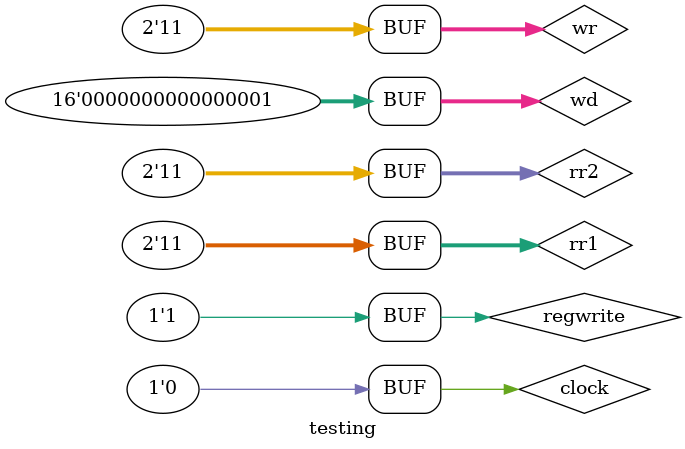
<source format=v>



module reg_file (rr1,rr2,wr,wd,regwrite,rd1,rd2,clock);

  input [1:0] rr1,rr2,wr;
  input [15:0] wd;
  input regwrite,clock;
  output [15:0] rd1,rd2;

  // registers

  // Is this first one all zeros?
  //register r0  (wd,c0,q0);
  register r1  (wd,c1,q1);
  register r2  (wd,c2,q2);
  register r3  (wd,c3,q3);

  // output port

  mux4x1_16 mux1 (16'b0,q1,q2,q3,rr1,rd1),
            mux2 (16'b0,q1,q2,q3,rr2,rd2);

  // input port

  decoder dec(wr[1],wr[0],w3,w2,w1,w0);

  and a (regwrite_and_clock,regwrite,clock);

  and a1 (c1,regwrite_and_clock,w1),
      a2 (c2,regwrite_and_clock,w2),
      a3 (c3,regwrite_and_clock,w3);

endmodule


// Components

module register(D, CLK, Q);
  input [15:0] D;
  input CLK;
  output [15:0] Q;

  D_flip_flop f1   (D[0], CLK, Q[0]);
  D_flip_flop f2   (D[1], CLK, Q[1]);
  D_flip_flop f3   (D[2], CLK, Q[2]);
  D_flip_flop f4   (D[3], CLK, Q[3]);
  D_flip_flop f5   (D[4], CLK, Q[4]);
  D_flip_flop f6   (D[5], CLK, Q[5]);
  D_flip_flop f7   (D[6], CLK, Q[6]);
  D_flip_flop f8   (D[7], CLK, Q[7]);
  D_flip_flop f9   (D[8], CLK, Q[8]);
  D_flip_flop f10  (D[9], CLK, Q[9]);
  D_flip_flop f11  (D[10],CLK, Q[10]);
  D_flip_flop f12  (D[11],CLK, Q[11]);
  D_flip_flop f13  (D[12],CLK, Q[12]);
  D_flip_flop f14  (D[13],CLK, Q[13]);
  D_flip_flop f15  (D[14],CLK, Q[14]);
  D_flip_flop f16  (D[15],CLK, Q[15]);
endmodule

module D_flip_flop(D,CLK,Q);
  input D,CLK; 
  output Q; 
  wire CLK1, Y;
  not  not1 (CLK1,CLK);
  D_latch D1(D,CLK, Y),
          D2(Y,CLK1,Q);
endmodule 


module D_latch(D,C,Q);
  input D,C; 
  output Q;
  wire x,y,D1,Q1; 
  nand nand1 (x,D, C), 
       nand2 (y,D1,C), 
       nand3 (Q,x,Q1),
       nand4 (Q1,y,Q); 
  not  not1  (D1,D);
endmodule 


module mux2x1(A,B,select,OUT); 
  input A,B,select; 
  output OUT;

  not not1(i0, select);
  and and1(i1, A, i0);
  and and2(i2, B, select);
  or or1(OUT, i1, i2);
endmodule 


module mux4x1(i0,i1,i2,i3,select,y); 
  input i0,i1,i2,i3; 
  input [1:0] select; 
  output y;

  mux2x1 mux1(i0, i1, select[0], m1);
  mux2x1 mux2(i2, i3, select[0], m2);
  mux2x1 mux3(m1, m2, select[1], y);
endmodule

module mux4x1_16(i0,i1,i2,i3,select,y);
  input [15:0] i0,i1,i2,i3;
  input [1:0] select;
  output [15:0] y;

  mux4x1 mux1 (i0[0], i1[0], i2[0], i3[0], select,y[0]);
  mux4x1 mux2 (i0[1], i1[1], i2[1], i3[1], select,y[1]);
  mux4x1 mux3 (i0[2], i1[2], i2[2], i3[2], select,y[2]);
  mux4x1 mux4 (i0[3], i1[3], i2[3], i3[3], select,y[3]);
  mux4x1 mux5 (i0[4], i1[4], i2[4], i3[4], select,y[4]);
  mux4x1 mux6 (i0[5], i1[5], i2[5], i3[5], select,y[5]);
  mux4x1 mux7 (i0[6], i1[6], i2[6], i3[6], select,y[6]);
  mux4x1 mux8 (i0[7], i1[7], i2[7], i3[7], select,y[7]);
  mux4x1 mux9 (i0[8], i1[8], i2[8], i3[8], select,y[8]);
  mux4x1 mux10(i0[9], i1[9], i2[9], i3[9], select,y[9]);
  mux4x1 mux11(i0[10],i1[10],i2[10],i3[10],select,y[10]);
  mux4x1 mux12(i0[11],i1[11],i2[11],i3[11],select,y[11]);
  mux4x1 mux13(i0[12],i1[12],i2[12],i3[12],select,y[12]);
  mux4x1 mux14(i0[13],i1[13],i2[13],i3[13],select,y[13]);
  mux4x1 mux15(i0[14],i1[14],i2[14],i3[14],select,y[14]);
  mux4x1 mux16(i0[15],i1[15],i2[15],i3[15],select,y[15]);
endmodule

module decoder (S1,S0,D3,D2,D1,D0); 
  input S0,S1; 
  output D0,D1,D2,D3; 
 
  not n1 (notS0,S0),
      n2 (notS1,S1);

  and a0 (D0,notS1,notS0), 
      a1 (D1,notS1,   S0), 
      a2 (D2,   S1,notS0), 
      a3 (D3,   S1,   S0); 
endmodule 


module testing ();

  reg [1:0] rr1,rr2,wr;
  reg [15:0] wd;
  reg regwrite, clock;
  wire [15:0] rd1,rd2;

  reg_file regs (rr1,rr2,wr,wd,regwrite,rd1,rd2,clock);

  initial 
    begin  

      #10 regwrite=1; //enable writing

      #10 wd=16'b0;       // set write data

      #10      rr1=0;rr2=0;clock=0;
      #10 wr=1;rr1=1;rr2=1;clock=1;
      #10                  clock=0;
      #10 wr=2;rr1=2;rr2=2;clock=1;
      #10                  clock=0;
      #10 wr=3;rr1=3;rr2=3;clock=1;
      #10                  clock=0; 

      #10 regwrite=0; //disable writing

      #10 wd=16'b1;       // set write data

      #10 wr=1;rr1=1;rr2=1;clock=1;
      #10                  clock=0;
      #10 wr=2;rr1=2;rr2=2;clock=1;
      #10                  clock=0;
      #10 wr=3;rr1=3;rr2=3;clock=1;
      #10                  clock=0;

      #10 regwrite=1; //enable writing

      #10 wd=16'b1;       // set write data

      #10 wr=1;rr1=1;rr2=1;clock=1;
      #10                  clock=0;
      #10 wr=2;rr1=2;rr2=2;clock=1;
      #10                  clock=0;
      #10 wr=3;rr1=3;rr2=3;clock=1;
      #10                  clock=0;

  end 

  initial
    $monitor ("regwrite=%d clock=%d rr1=%d rr2=%d wr=%d wd=%d rd1=%d rd2=%d",regwrite,clock,rr1,rr2,wr,wd,rd1,rd2);
 
endmodule 


/* Test results

C:\Verilog>iverilog -o t regfile.vl

C:\Verilog>vvp t
regwrite=x clock=x rr1=x rr2=x wr=x wd=x rd1=x rd2=x
regwrite=1 clock=x rr1=x rr2=x wr=x wd=x rd1=x rd2=x
regwrite=1 clock=x rr1=x rr2=x wr=x wd=0 rd1=x rd2=x
regwrite=1 clock=0 rr1=0 rr2=0 wr=x wd=0 rd1=0 rd2=0
regwrite=1 clock=1 rr1=1 rr2=1 wr=1 wd=0 rd1=x rd2=x
regwrite=1 clock=0 rr1=1 rr2=1 wr=1 wd=0 rd1=0 rd2=0
regwrite=1 clock=1 rr1=2 rr2=2 wr=2 wd=0 rd1=x rd2=x
regwrite=1 clock=0 rr1=2 rr2=2 wr=2 wd=0 rd1=0 rd2=0
regwrite=1 clock=1 rr1=3 rr2=3 wr=3 wd=0 rd1=x rd2=x
regwrite=1 clock=0 rr1=3 rr2=3 wr=3 wd=0 rd1=0 rd2=0
regwrite=0 clock=0 rr1=3 rr2=3 wr=3 wd=0 rd1=0 rd2=0
regwrite=0 clock=0 rr1=3 rr2=3 wr=3 wd=1 rd1=0 rd2=0
regwrite=0 clock=1 rr1=1 rr2=1 wr=1 wd=1 rd1=0 rd2=0
regwrite=0 clock=0 rr1=1 rr2=1 wr=1 wd=1 rd1=0 rd2=0
regwrite=0 clock=1 rr1=2 rr2=2 wr=2 wd=1 rd1=0 rd2=0
regwrite=0 clock=0 rr1=2 rr2=2 wr=2 wd=1 rd1=0 rd2=0
regwrite=0 clock=1 rr1=3 rr2=3 wr=3 wd=1 rd1=0 rd2=0
regwrite=0 clock=0 rr1=3 rr2=3 wr=3 wd=1 rd1=0 rd2=0
regwrite=1 clock=0 rr1=3 rr2=3 wr=3 wd=1 rd1=0 rd2=0
regwrite=1 clock=1 rr1=1 rr2=1 wr=1 wd=1 rd1=0 rd2=0
regwrite=1 clock=0 rr1=1 rr2=1 wr=1 wd=1 rd1=1 rd2=1
regwrite=1 clock=1 rr1=2 rr2=2 wr=2 wd=1 rd1=0 rd2=0
regwrite=1 clock=0 rr1=2 rr2=2 wr=2 wd=1 rd1=1 rd2=1
regwrite=1 clock=1 rr1=3 rr2=3 wr=3 wd=1 rd1=0 rd2=0
regwrite=1 clock=0 rr1=3 rr2=3 wr=3 wd=1 rd1=1 rd2=1

*/


</source>
